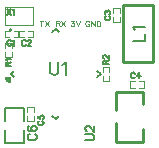
<source format=gto>
G04 ---------------------------- Layer name :TOP SILK LAYER*
G04 EasyEDA v5.8.22, Tue, 04 Dec 2018 17:39:39 GMT*
G04 4fbf827f123344ad86e77e575569ff78*
G04 Gerber Generator version 0.2*
G04 Scale: 100 percent, Rotated: No, Reflected: No *
G04 Dimensions in millimeters *
G04 leading zeros omitted , absolute positions ,3 integer and 3 decimal *
%FSLAX33Y33*%
%MOMM*%
G90*
G71D02*

%ADD10C,0.254000*%
%ADD11C,0.200000*%
%ADD27C,0.080000*%
%ADD28C,0.100000*%
%ADD29C,0.101600*%
%ADD30C,0.299999*%
%ADD31C,0.177800*%
%ADD32C,0.178003*%

%LPD*%
G54D27*
G01X220Y8177D02*
G01X220Y8431D01*
G01X220Y8431D02*
G01X220Y8584D01*
G01X220Y8584D02*
G01X779Y8584D01*
G01X779Y8584D02*
G01X779Y8177D01*
G01X220Y7822D02*
G01X220Y7415D01*
G01X220Y7415D02*
G01X779Y7415D01*
G01X779Y7415D02*
G01X779Y7822D01*
G54D11*
G01X4213Y9531D02*
G01X4499Y9818D01*
G01X4786Y9531D01*
G01X8031Y5713D02*
G01X8318Y5999D01*
G01X8031Y6286D01*
G01X4213Y2468D02*
G01X4499Y2181D01*
G01X4786Y2468D01*
G01X968Y5713D02*
G01X681Y5999D01*
G01X968Y6286D01*
G54D28*
G01X2572Y10126D02*
G01X172Y10126D01*
G54D29*
G01X172Y11626D02*
G01X2572Y11626D01*
G01X2572Y11626D02*
G01X2572Y10126D01*
G01X172Y10126D02*
G01X172Y11626D01*
G54D27*
G01X926Y9655D02*
G01X1180Y9655D01*
G01X1180Y9655D02*
G01X1332Y9655D01*
G01X1332Y9655D02*
G01X1332Y9096D01*
G01X1332Y9096D02*
G01X926Y9096D01*
G01X570Y9655D02*
G01X164Y9655D01*
G01X164Y9655D02*
G01X164Y9096D01*
G01X164Y9096D02*
G01X570Y9096D01*
G01X2175Y9653D02*
G01X2429Y9653D01*
G01X2429Y9653D02*
G01X2581Y9653D01*
G01X2581Y9653D02*
G01X2581Y9094D01*
G01X2581Y9094D02*
G01X2175Y9094D01*
G01X1819Y9653D02*
G01X1413Y9653D01*
G01X1413Y9653D02*
G01X1413Y9094D01*
G01X1413Y9094D02*
G01X1819Y9094D01*
G01X9029Y5822D02*
G01X9029Y5568D01*
G01X9029Y5568D02*
G01X9029Y5415D01*
G01X9029Y5415D02*
G01X8470Y5415D01*
G01X8470Y5415D02*
G01X8470Y5822D01*
G01X9029Y6177D02*
G01X9029Y6584D01*
G01X9029Y6584D02*
G01X8470Y6584D01*
G01X8470Y6584D02*
G01X8470Y6177D01*
G54D10*
G01X10229Y7237D02*
G01X10229Y11809D01*
G01X12769Y11809D01*
G01X12769Y6983D01*
G01X10229Y6983D01*
G01X10229Y7237D01*
G54D27*
G01X9906Y10820D02*
G01X9906Y10566D01*
G01X9906Y10566D02*
G01X9906Y10414D01*
G01X9906Y10414D02*
G01X9347Y10414D01*
G01X9347Y10414D02*
G01X9347Y10820D01*
G01X9906Y11176D02*
G01X9906Y11582D01*
G01X9906Y11582D02*
G01X9347Y11582D01*
G01X9347Y11582D02*
G01X9347Y11176D01*
G54D10*
G01X9593Y241D02*
G01X11879Y241D01*
G01X11879Y4508D02*
G01X9618Y4508D01*
G01X9593Y241D02*
G01X9593Y1841D01*
G01X9593Y2908D02*
G01X9593Y4483D01*
G01X11879Y241D02*
G01X11879Y1333D01*
G01X11879Y3416D02*
G01X11879Y4508D01*
G54D27*
G01X11197Y4845D02*
G01X10943Y4845D01*
G01X10943Y4845D02*
G01X10790Y4845D01*
G01X10790Y4845D02*
G01X10790Y5404D01*
G01X10790Y5404D02*
G01X11197Y5404D01*
G01X11552Y4845D02*
G01X11959Y4845D01*
G01X11959Y4845D02*
G01X11959Y5404D01*
G01X11959Y5404D02*
G01X11552Y5404D01*
G01X2654Y2447D02*
G01X2654Y2193D01*
G01X2654Y2193D02*
G01X2654Y2040D01*
G01X2654Y2040D02*
G01X2095Y2040D01*
G01X2095Y2040D02*
G01X2095Y2447D01*
G01X2654Y2802D02*
G01X2654Y3209D01*
G01X2654Y3209D02*
G01X2095Y3209D01*
G01X2095Y3209D02*
G01X2095Y2802D01*
G54D11*
G01X1800Y1225D02*
G01X1800Y125D01*
G01X199Y125D01*
G01X199Y1225D01*
G01X1800Y2025D02*
G01X1800Y3125D01*
G01X800Y3125D01*
G01X199Y3125D01*
G01X199Y2025D01*
G54D31*
G01X250Y6668D02*
G01X727Y6668D01*
G01X250Y6668D02*
G01X250Y6871D01*
G01X272Y6940D01*
G01X295Y6962D01*
G01X341Y6985D01*
G01X384Y6985D01*
G01X430Y6962D01*
G01X453Y6940D01*
G01X476Y6871D01*
G01X476Y6668D01*
G01X476Y6825D02*
G01X727Y6985D01*
G01X341Y7135D02*
G01X318Y7181D01*
G01X250Y7249D01*
G01X727Y7249D01*
G01X3999Y6999D02*
G01X3999Y6222D01*
G01X4050Y6065D01*
G01X4154Y5961D01*
G01X4312Y5910D01*
G01X4416Y5910D01*
G01X4571Y5961D01*
G01X4675Y6065D01*
G01X4726Y6222D01*
G01X4726Y6999D01*
G01X5069Y6794D02*
G01X5173Y6845D01*
G01X5330Y6999D01*
G01X5330Y5910D01*
G54D32*
G01X375Y11499D02*
G01X692Y11024D01*
G01X692Y11499D02*
G01X375Y11024D01*
G01X842Y11411D02*
G01X888Y11433D01*
G01X956Y11499D01*
G01X956Y11024D01*
G01X715Y8760D02*
G01X692Y8806D01*
G01X646Y8852D01*
G01X601Y8874D01*
G01X512Y8874D01*
G01X466Y8852D01*
G01X420Y8806D01*
G01X397Y8760D01*
G01X375Y8694D01*
G01X375Y8580D01*
G01X397Y8511D01*
G01X420Y8466D01*
G01X466Y8420D01*
G01X512Y8397D01*
G01X601Y8397D01*
G01X646Y8420D01*
G01X692Y8466D01*
G01X715Y8511D01*
G01X865Y8783D02*
G01X910Y8806D01*
G01X979Y8874D01*
G01X979Y8397D01*
G01X1965Y8760D02*
G01X1945Y8806D01*
G01X1899Y8852D01*
G01X1853Y8874D01*
G01X1762Y8874D01*
G01X1716Y8852D01*
G01X1670Y8806D01*
G01X1647Y8760D01*
G01X1624Y8692D01*
G01X1624Y8580D01*
G01X1647Y8511D01*
G01X1670Y8466D01*
G01X1716Y8420D01*
G01X1762Y8397D01*
G01X1853Y8397D01*
G01X1899Y8420D01*
G01X1945Y8466D01*
G01X1965Y8511D01*
G01X2138Y8760D02*
G01X2138Y8783D01*
G01X2160Y8829D01*
G01X2183Y8852D01*
G01X2229Y8874D01*
G01X2320Y8874D01*
G01X2366Y8852D01*
G01X2389Y8829D01*
G01X2412Y8783D01*
G01X2412Y8737D01*
G01X2389Y8692D01*
G01X2343Y8623D01*
G01X2117Y8397D01*
G01X2435Y8397D01*
G01X8499Y6837D02*
G01X8977Y6837D01*
G01X8499Y6837D02*
G01X8499Y7043D01*
G01X8522Y7109D01*
G01X8545Y7132D01*
G01X8591Y7155D01*
G01X8637Y7155D01*
G01X8680Y7132D01*
G01X8703Y7109D01*
G01X8726Y7043D01*
G01X8726Y6837D01*
G01X8726Y6997D02*
G01X8977Y7155D01*
G01X8614Y7327D02*
G01X8591Y7327D01*
G01X8545Y7350D01*
G01X8522Y7373D01*
G01X8499Y7419D01*
G01X8499Y7510D01*
G01X8522Y7556D01*
G01X8545Y7579D01*
G01X8591Y7602D01*
G01X8637Y7602D01*
G01X8680Y7579D01*
G01X8748Y7533D01*
G01X8977Y7304D01*
G01X8977Y7624D01*
G54D31*
G01X11000Y8773D02*
G01X12089Y8773D01*
G01X12089Y8773D02*
G01X12089Y9395D01*
G01X11205Y9738D02*
G01X11154Y9842D01*
G01X11000Y9999D01*
G01X12089Y9999D01*
G54D32*
G01X8741Y10906D02*
G01X8695Y10883D01*
G01X8649Y10837D01*
G01X8627Y10791D01*
G01X8627Y10700D01*
G01X8649Y10654D01*
G01X8695Y10608D01*
G01X8741Y10586D01*
G01X8809Y10563D01*
G01X8924Y10563D01*
G01X8990Y10586D01*
G01X9035Y10608D01*
G01X9081Y10654D01*
G01X9104Y10700D01*
G01X9104Y10791D01*
G01X9081Y10837D01*
G01X9035Y10883D01*
G01X8990Y10906D01*
G01X8627Y11101D02*
G01X8627Y11350D01*
G01X8809Y11213D01*
G01X8809Y11282D01*
G01X8832Y11327D01*
G01X8855Y11350D01*
G01X8924Y11373D01*
G01X8969Y11373D01*
G01X9035Y11350D01*
G01X9081Y11304D01*
G01X9104Y11236D01*
G01X9104Y11167D01*
G01X9081Y11101D01*
G01X9058Y11078D01*
G01X9013Y11055D01*
G54D31*
G01X6999Y367D02*
G01X7546Y367D01*
G01X7655Y403D01*
G01X7726Y476D01*
G01X7764Y586D01*
G01X7764Y659D01*
G01X7726Y769D01*
G01X7655Y840D01*
G01X7546Y875D01*
G01X6999Y875D01*
G01X7180Y1152D02*
G01X7144Y1152D01*
G01X7073Y1190D01*
G01X7035Y1226D01*
G01X6999Y1299D01*
G01X6999Y1444D01*
G01X7035Y1515D01*
G01X7073Y1553D01*
G01X7144Y1589D01*
G01X7218Y1589D01*
G01X7289Y1553D01*
G01X7398Y1480D01*
G01X7764Y1116D01*
G01X7764Y1624D01*
G01X11213Y6012D02*
G01X11190Y6057D01*
G01X11144Y6103D01*
G01X11098Y6126D01*
G01X11007Y6126D01*
G01X10961Y6103D01*
G01X10918Y6057D01*
G01X10895Y6012D01*
G01X10872Y5943D01*
G01X10872Y5831D01*
G01X10895Y5763D01*
G01X10918Y5717D01*
G01X10961Y5671D01*
G01X11007Y5648D01*
G01X11098Y5648D01*
G01X11144Y5671D01*
G01X11190Y5717D01*
G01X11213Y5763D01*
G01X11589Y6126D02*
G01X11363Y5808D01*
G01X11703Y5808D01*
G01X11589Y6126D02*
G01X11589Y5648D01*
G54D32*
G01X3114Y2030D02*
G01X3068Y2009D01*
G01X3022Y1964D01*
G01X2999Y1918D01*
G01X2999Y1826D01*
G01X3022Y1781D01*
G01X3068Y1735D01*
G01X3114Y1712D01*
G01X3182Y1689D01*
G01X3294Y1689D01*
G01X3363Y1712D01*
G01X3408Y1735D01*
G01X3454Y1781D01*
G01X3477Y1826D01*
G01X3477Y1918D01*
G01X3454Y1964D01*
G01X3408Y2009D01*
G01X3363Y2030D01*
G01X2999Y2454D02*
G01X2999Y2225D01*
G01X3203Y2202D01*
G01X3182Y2225D01*
G01X3160Y2294D01*
G01X3160Y2362D01*
G01X3182Y2431D01*
G01X3226Y2477D01*
G01X3294Y2500D01*
G01X3340Y2500D01*
G01X3408Y2477D01*
G01X3454Y2431D01*
G01X3477Y2362D01*
G01X3477Y2294D01*
G01X3454Y2225D01*
G01X3431Y2202D01*
G01X3386Y2182D01*
G01X2305Y911D02*
G01X2234Y875D01*
G01X2160Y804D01*
G01X2124Y730D01*
G01X2124Y586D01*
G01X2160Y512D01*
G01X2234Y438D01*
G01X2305Y403D01*
G01X2414Y367D01*
G01X2597Y367D01*
G01X2706Y403D01*
G01X2777Y438D01*
G01X2851Y512D01*
G01X2886Y586D01*
G01X2886Y730D01*
G01X2851Y804D01*
G01X2777Y875D01*
G01X2706Y911D01*
G01X2234Y1589D02*
G01X2160Y1551D01*
G01X2124Y1444D01*
G01X2124Y1370D01*
G01X2160Y1261D01*
G01X2269Y1188D01*
G01X2450Y1152D01*
G01X2632Y1152D01*
G01X2777Y1188D01*
G01X2851Y1261D01*
G01X2886Y1370D01*
G01X2886Y1406D01*
G01X2851Y1515D01*
G01X2777Y1589D01*
G01X2668Y1624D01*
G01X2632Y1624D01*
G01X2523Y1589D01*
G01X2450Y1515D01*
G01X2414Y1406D01*
G01X2414Y1370D01*
G01X2450Y1261D01*
G01X2523Y1188D01*
G01X2632Y1152D01*
G54D28*
G01X3285Y10500D02*
G01X3285Y10025D01*
G01X3124Y10500D02*
G01X3442Y10500D01*
G01X3592Y10500D02*
G01X3912Y10025D01*
G01X3912Y10500D02*
G01X3592Y10025D01*
G01X4500Y10521D02*
G01X4500Y10044D01*
G01X4500Y10521D02*
G01X4704Y10521D01*
G01X4772Y10498D01*
G01X4795Y10475D01*
G01X4818Y10432D01*
G01X4818Y10387D01*
G01X4795Y10341D01*
G01X4772Y10318D01*
G01X4704Y10295D01*
G01X4500Y10295D01*
G01X4658Y10295D02*
G01X4818Y10044D01*
G01X4968Y10521D02*
G01X5285Y10044D01*
G01X5285Y10521D02*
G01X4968Y10044D01*
G01X5793Y10499D02*
G01X6044Y10499D01*
G01X5907Y10317D01*
G01X5976Y10317D01*
G01X6021Y10294D01*
G01X6044Y10271D01*
G01X6067Y10202D01*
G01X6067Y10159D01*
G01X6044Y10091D01*
G01X5998Y10045D01*
G01X5930Y10022D01*
G01X5861Y10022D01*
G01X5793Y10045D01*
G01X5772Y10068D01*
G01X5750Y10113D01*
G01X6217Y10499D02*
G01X6397Y10022D01*
G01X6580Y10499D02*
G01X6397Y10022D01*
G01X7342Y10388D02*
G01X7320Y10433D01*
G01X7274Y10477D01*
G01X7228Y10500D01*
G01X7137Y10500D01*
G01X7091Y10477D01*
G01X7045Y10433D01*
G01X7022Y10388D01*
G01X6999Y10319D01*
G01X6999Y10205D01*
G01X7022Y10136D01*
G01X7045Y10091D01*
G01X7091Y10045D01*
G01X7137Y10022D01*
G01X7228Y10022D01*
G01X7274Y10045D01*
G01X7320Y10091D01*
G01X7342Y10136D01*
G01X7342Y10205D01*
G01X7228Y10205D02*
G01X7342Y10205D01*
G01X7492Y10500D02*
G01X7492Y10022D01*
G01X7492Y10500D02*
G01X7810Y10022D01*
G01X7810Y10500D02*
G01X7810Y10022D01*
G01X7960Y10500D02*
G01X7960Y10022D01*
G01X7960Y10500D02*
G01X8120Y10500D01*
G01X8186Y10477D01*
G01X8231Y10433D01*
G01X8254Y10388D01*
G01X8277Y10319D01*
G01X8277Y10205D01*
G01X8254Y10136D01*
G01X8231Y10091D01*
G01X8186Y10045D01*
G01X8120Y10022D01*
G01X7960Y10022D01*
G54D30*
G75*
G01X576Y5610D02*
G3X577Y5608I-105J-107D01*
G01*
G54D28*
G75*
G01X772Y9726D02*
G03X772Y9726I-100J0D01*
G01*
M00*
M02*

</source>
